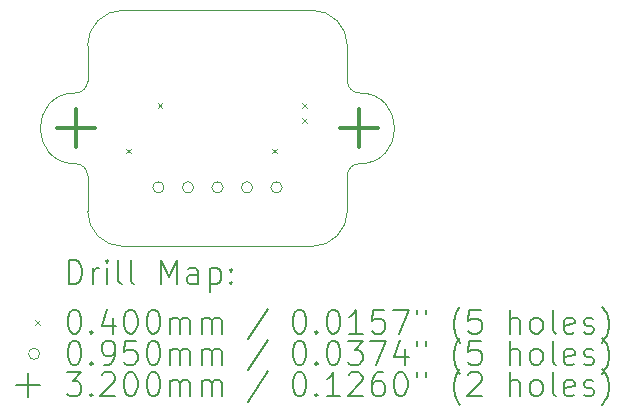
<source format=gbr>
%TF.GenerationSoftware,KiCad,Pcbnew,7.0.1*%
%TF.CreationDate,2023-07-17T00:53:13+01:00*%
%TF.ProjectId,Motor Encoder Board,4d6f746f-7220-4456-9e63-6f6465722042,rev?*%
%TF.SameCoordinates,Original*%
%TF.FileFunction,Drillmap*%
%TF.FilePolarity,Positive*%
%FSLAX45Y45*%
G04 Gerber Fmt 4.5, Leading zero omitted, Abs format (unit mm)*
G04 Created by KiCad (PCBNEW 7.0.1) date 2023-07-17 00:53:13*
%MOMM*%
%LPD*%
G01*
G04 APERTURE LIST*
%ADD10C,0.100000*%
%ADD11C,0.200000*%
%ADD12C,0.040000*%
%ADD13C,0.095000*%
%ADD14C,0.320000*%
G04 APERTURE END LIST*
D10*
X12800000Y-5700000D02*
X12800000Y-5400000D01*
X12800000Y-5400000D02*
G75*
G03*
X12500000Y-5100000I-300000J0D01*
G01*
X12900000Y-6400000D02*
G75*
G03*
X12800000Y-6500000I0J-100000D01*
G01*
X10500000Y-5800000D02*
G75*
G03*
X10600000Y-5700000I0J100000D01*
G01*
X12900000Y-6400000D02*
G75*
G03*
X12900000Y-5800000I0J300000D01*
G01*
X10600000Y-5400000D02*
X10600000Y-5700000D01*
X10600000Y-6800000D02*
G75*
G03*
X10900000Y-7100000I300000J0D01*
G01*
X10600000Y-6500000D02*
G75*
G03*
X10500000Y-6400000I-100000J0D01*
G01*
X12800000Y-6800000D02*
X12800000Y-6500000D01*
X10600000Y-6800000D02*
X10600000Y-6500000D01*
X12500000Y-5100000D02*
X10900000Y-5100000D01*
X10500000Y-5800000D02*
G75*
G03*
X10500000Y-6400000I0J-300000D01*
G01*
X12800000Y-5700000D02*
G75*
G03*
X12900000Y-5800000I100000J0D01*
G01*
X10900000Y-5100000D02*
G75*
G03*
X10600000Y-5400000I0J-300000D01*
G01*
X12500000Y-7100000D02*
G75*
G03*
X12800000Y-6800000I0J300000D01*
G01*
X10900000Y-7100000D02*
X12500000Y-7100000D01*
D11*
D12*
X10927000Y-6271000D02*
X10967000Y-6311000D01*
X10967000Y-6271000D02*
X10927000Y-6311000D01*
X11194000Y-5889000D02*
X11234000Y-5929000D01*
X11234000Y-5889000D02*
X11194000Y-5929000D01*
X12162000Y-6271000D02*
X12202000Y-6311000D01*
X12202000Y-6271000D02*
X12162000Y-6311000D01*
X12416000Y-5888000D02*
X12456000Y-5928000D01*
X12456000Y-5888000D02*
X12416000Y-5928000D01*
X12416000Y-6016000D02*
X12456000Y-6056000D01*
X12456000Y-6016000D02*
X12416000Y-6056000D01*
D13*
X11247500Y-6600000D02*
G75*
G03*
X11247500Y-6600000I-47500J0D01*
G01*
X11497500Y-6600000D02*
G75*
G03*
X11497500Y-6600000I-47500J0D01*
G01*
X11747500Y-6600000D02*
G75*
G03*
X11747500Y-6600000I-47500J0D01*
G01*
X11997500Y-6600000D02*
G75*
G03*
X11997500Y-6600000I-47500J0D01*
G01*
X12247500Y-6600000D02*
G75*
G03*
X12247500Y-6600000I-47500J0D01*
G01*
D14*
X10500000Y-5940000D02*
X10500000Y-6260000D01*
X10340000Y-6100000D02*
X10660000Y-6100000D01*
X12900000Y-5940000D02*
X12900000Y-6260000D01*
X12740000Y-6100000D02*
X13060000Y-6100000D01*
D11*
X10442619Y-7417524D02*
X10442619Y-7217524D01*
X10442619Y-7217524D02*
X10490238Y-7217524D01*
X10490238Y-7217524D02*
X10518810Y-7227048D01*
X10518810Y-7227048D02*
X10537857Y-7246095D01*
X10537857Y-7246095D02*
X10547381Y-7265143D01*
X10547381Y-7265143D02*
X10556905Y-7303238D01*
X10556905Y-7303238D02*
X10556905Y-7331809D01*
X10556905Y-7331809D02*
X10547381Y-7369905D01*
X10547381Y-7369905D02*
X10537857Y-7388952D01*
X10537857Y-7388952D02*
X10518810Y-7408000D01*
X10518810Y-7408000D02*
X10490238Y-7417524D01*
X10490238Y-7417524D02*
X10442619Y-7417524D01*
X10642619Y-7417524D02*
X10642619Y-7284190D01*
X10642619Y-7322286D02*
X10652143Y-7303238D01*
X10652143Y-7303238D02*
X10661667Y-7293714D01*
X10661667Y-7293714D02*
X10680714Y-7284190D01*
X10680714Y-7284190D02*
X10699762Y-7284190D01*
X10766429Y-7417524D02*
X10766429Y-7284190D01*
X10766429Y-7217524D02*
X10756905Y-7227048D01*
X10756905Y-7227048D02*
X10766429Y-7236571D01*
X10766429Y-7236571D02*
X10775952Y-7227048D01*
X10775952Y-7227048D02*
X10766429Y-7217524D01*
X10766429Y-7217524D02*
X10766429Y-7236571D01*
X10890238Y-7417524D02*
X10871190Y-7408000D01*
X10871190Y-7408000D02*
X10861667Y-7388952D01*
X10861667Y-7388952D02*
X10861667Y-7217524D01*
X10995000Y-7417524D02*
X10975952Y-7408000D01*
X10975952Y-7408000D02*
X10966429Y-7388952D01*
X10966429Y-7388952D02*
X10966429Y-7217524D01*
X11223571Y-7417524D02*
X11223571Y-7217524D01*
X11223571Y-7217524D02*
X11290238Y-7360381D01*
X11290238Y-7360381D02*
X11356905Y-7217524D01*
X11356905Y-7217524D02*
X11356905Y-7417524D01*
X11537857Y-7417524D02*
X11537857Y-7312762D01*
X11537857Y-7312762D02*
X11528333Y-7293714D01*
X11528333Y-7293714D02*
X11509286Y-7284190D01*
X11509286Y-7284190D02*
X11471190Y-7284190D01*
X11471190Y-7284190D02*
X11452143Y-7293714D01*
X11537857Y-7408000D02*
X11518809Y-7417524D01*
X11518809Y-7417524D02*
X11471190Y-7417524D01*
X11471190Y-7417524D02*
X11452143Y-7408000D01*
X11452143Y-7408000D02*
X11442619Y-7388952D01*
X11442619Y-7388952D02*
X11442619Y-7369905D01*
X11442619Y-7369905D02*
X11452143Y-7350857D01*
X11452143Y-7350857D02*
X11471190Y-7341333D01*
X11471190Y-7341333D02*
X11518809Y-7341333D01*
X11518809Y-7341333D02*
X11537857Y-7331809D01*
X11633095Y-7284190D02*
X11633095Y-7484190D01*
X11633095Y-7293714D02*
X11652143Y-7284190D01*
X11652143Y-7284190D02*
X11690238Y-7284190D01*
X11690238Y-7284190D02*
X11709286Y-7293714D01*
X11709286Y-7293714D02*
X11718809Y-7303238D01*
X11718809Y-7303238D02*
X11728333Y-7322286D01*
X11728333Y-7322286D02*
X11728333Y-7379428D01*
X11728333Y-7379428D02*
X11718809Y-7398476D01*
X11718809Y-7398476D02*
X11709286Y-7408000D01*
X11709286Y-7408000D02*
X11690238Y-7417524D01*
X11690238Y-7417524D02*
X11652143Y-7417524D01*
X11652143Y-7417524D02*
X11633095Y-7408000D01*
X11814048Y-7398476D02*
X11823571Y-7408000D01*
X11823571Y-7408000D02*
X11814048Y-7417524D01*
X11814048Y-7417524D02*
X11804524Y-7408000D01*
X11804524Y-7408000D02*
X11814048Y-7398476D01*
X11814048Y-7398476D02*
X11814048Y-7417524D01*
X11814048Y-7293714D02*
X11823571Y-7303238D01*
X11823571Y-7303238D02*
X11814048Y-7312762D01*
X11814048Y-7312762D02*
X11804524Y-7303238D01*
X11804524Y-7303238D02*
X11814048Y-7293714D01*
X11814048Y-7293714D02*
X11814048Y-7312762D01*
D12*
X10155000Y-7725000D02*
X10195000Y-7765000D01*
X10195000Y-7725000D02*
X10155000Y-7765000D01*
D11*
X10480714Y-7637524D02*
X10499762Y-7637524D01*
X10499762Y-7637524D02*
X10518810Y-7647048D01*
X10518810Y-7647048D02*
X10528333Y-7656571D01*
X10528333Y-7656571D02*
X10537857Y-7675619D01*
X10537857Y-7675619D02*
X10547381Y-7713714D01*
X10547381Y-7713714D02*
X10547381Y-7761333D01*
X10547381Y-7761333D02*
X10537857Y-7799428D01*
X10537857Y-7799428D02*
X10528333Y-7818476D01*
X10528333Y-7818476D02*
X10518810Y-7828000D01*
X10518810Y-7828000D02*
X10499762Y-7837524D01*
X10499762Y-7837524D02*
X10480714Y-7837524D01*
X10480714Y-7837524D02*
X10461667Y-7828000D01*
X10461667Y-7828000D02*
X10452143Y-7818476D01*
X10452143Y-7818476D02*
X10442619Y-7799428D01*
X10442619Y-7799428D02*
X10433095Y-7761333D01*
X10433095Y-7761333D02*
X10433095Y-7713714D01*
X10433095Y-7713714D02*
X10442619Y-7675619D01*
X10442619Y-7675619D02*
X10452143Y-7656571D01*
X10452143Y-7656571D02*
X10461667Y-7647048D01*
X10461667Y-7647048D02*
X10480714Y-7637524D01*
X10633095Y-7818476D02*
X10642619Y-7828000D01*
X10642619Y-7828000D02*
X10633095Y-7837524D01*
X10633095Y-7837524D02*
X10623571Y-7828000D01*
X10623571Y-7828000D02*
X10633095Y-7818476D01*
X10633095Y-7818476D02*
X10633095Y-7837524D01*
X10814048Y-7704190D02*
X10814048Y-7837524D01*
X10766429Y-7628000D02*
X10718810Y-7770857D01*
X10718810Y-7770857D02*
X10842619Y-7770857D01*
X10956905Y-7637524D02*
X10975952Y-7637524D01*
X10975952Y-7637524D02*
X10995000Y-7647048D01*
X10995000Y-7647048D02*
X11004524Y-7656571D01*
X11004524Y-7656571D02*
X11014048Y-7675619D01*
X11014048Y-7675619D02*
X11023571Y-7713714D01*
X11023571Y-7713714D02*
X11023571Y-7761333D01*
X11023571Y-7761333D02*
X11014048Y-7799428D01*
X11014048Y-7799428D02*
X11004524Y-7818476D01*
X11004524Y-7818476D02*
X10995000Y-7828000D01*
X10995000Y-7828000D02*
X10975952Y-7837524D01*
X10975952Y-7837524D02*
X10956905Y-7837524D01*
X10956905Y-7837524D02*
X10937857Y-7828000D01*
X10937857Y-7828000D02*
X10928333Y-7818476D01*
X10928333Y-7818476D02*
X10918810Y-7799428D01*
X10918810Y-7799428D02*
X10909286Y-7761333D01*
X10909286Y-7761333D02*
X10909286Y-7713714D01*
X10909286Y-7713714D02*
X10918810Y-7675619D01*
X10918810Y-7675619D02*
X10928333Y-7656571D01*
X10928333Y-7656571D02*
X10937857Y-7647048D01*
X10937857Y-7647048D02*
X10956905Y-7637524D01*
X11147381Y-7637524D02*
X11166429Y-7637524D01*
X11166429Y-7637524D02*
X11185476Y-7647048D01*
X11185476Y-7647048D02*
X11195000Y-7656571D01*
X11195000Y-7656571D02*
X11204524Y-7675619D01*
X11204524Y-7675619D02*
X11214048Y-7713714D01*
X11214048Y-7713714D02*
X11214048Y-7761333D01*
X11214048Y-7761333D02*
X11204524Y-7799428D01*
X11204524Y-7799428D02*
X11195000Y-7818476D01*
X11195000Y-7818476D02*
X11185476Y-7828000D01*
X11185476Y-7828000D02*
X11166429Y-7837524D01*
X11166429Y-7837524D02*
X11147381Y-7837524D01*
X11147381Y-7837524D02*
X11128333Y-7828000D01*
X11128333Y-7828000D02*
X11118810Y-7818476D01*
X11118810Y-7818476D02*
X11109286Y-7799428D01*
X11109286Y-7799428D02*
X11099762Y-7761333D01*
X11099762Y-7761333D02*
X11099762Y-7713714D01*
X11099762Y-7713714D02*
X11109286Y-7675619D01*
X11109286Y-7675619D02*
X11118810Y-7656571D01*
X11118810Y-7656571D02*
X11128333Y-7647048D01*
X11128333Y-7647048D02*
X11147381Y-7637524D01*
X11299762Y-7837524D02*
X11299762Y-7704190D01*
X11299762Y-7723238D02*
X11309286Y-7713714D01*
X11309286Y-7713714D02*
X11328333Y-7704190D01*
X11328333Y-7704190D02*
X11356905Y-7704190D01*
X11356905Y-7704190D02*
X11375952Y-7713714D01*
X11375952Y-7713714D02*
X11385476Y-7732762D01*
X11385476Y-7732762D02*
X11385476Y-7837524D01*
X11385476Y-7732762D02*
X11395000Y-7713714D01*
X11395000Y-7713714D02*
X11414048Y-7704190D01*
X11414048Y-7704190D02*
X11442619Y-7704190D01*
X11442619Y-7704190D02*
X11461667Y-7713714D01*
X11461667Y-7713714D02*
X11471190Y-7732762D01*
X11471190Y-7732762D02*
X11471190Y-7837524D01*
X11566429Y-7837524D02*
X11566429Y-7704190D01*
X11566429Y-7723238D02*
X11575952Y-7713714D01*
X11575952Y-7713714D02*
X11595000Y-7704190D01*
X11595000Y-7704190D02*
X11623571Y-7704190D01*
X11623571Y-7704190D02*
X11642619Y-7713714D01*
X11642619Y-7713714D02*
X11652143Y-7732762D01*
X11652143Y-7732762D02*
X11652143Y-7837524D01*
X11652143Y-7732762D02*
X11661667Y-7713714D01*
X11661667Y-7713714D02*
X11680714Y-7704190D01*
X11680714Y-7704190D02*
X11709286Y-7704190D01*
X11709286Y-7704190D02*
X11728333Y-7713714D01*
X11728333Y-7713714D02*
X11737857Y-7732762D01*
X11737857Y-7732762D02*
X11737857Y-7837524D01*
X12128333Y-7628000D02*
X11956905Y-7885143D01*
X12385476Y-7637524D02*
X12404524Y-7637524D01*
X12404524Y-7637524D02*
X12423572Y-7647048D01*
X12423572Y-7647048D02*
X12433095Y-7656571D01*
X12433095Y-7656571D02*
X12442619Y-7675619D01*
X12442619Y-7675619D02*
X12452143Y-7713714D01*
X12452143Y-7713714D02*
X12452143Y-7761333D01*
X12452143Y-7761333D02*
X12442619Y-7799428D01*
X12442619Y-7799428D02*
X12433095Y-7818476D01*
X12433095Y-7818476D02*
X12423572Y-7828000D01*
X12423572Y-7828000D02*
X12404524Y-7837524D01*
X12404524Y-7837524D02*
X12385476Y-7837524D01*
X12385476Y-7837524D02*
X12366429Y-7828000D01*
X12366429Y-7828000D02*
X12356905Y-7818476D01*
X12356905Y-7818476D02*
X12347381Y-7799428D01*
X12347381Y-7799428D02*
X12337857Y-7761333D01*
X12337857Y-7761333D02*
X12337857Y-7713714D01*
X12337857Y-7713714D02*
X12347381Y-7675619D01*
X12347381Y-7675619D02*
X12356905Y-7656571D01*
X12356905Y-7656571D02*
X12366429Y-7647048D01*
X12366429Y-7647048D02*
X12385476Y-7637524D01*
X12537857Y-7818476D02*
X12547381Y-7828000D01*
X12547381Y-7828000D02*
X12537857Y-7837524D01*
X12537857Y-7837524D02*
X12528333Y-7828000D01*
X12528333Y-7828000D02*
X12537857Y-7818476D01*
X12537857Y-7818476D02*
X12537857Y-7837524D01*
X12671191Y-7637524D02*
X12690238Y-7637524D01*
X12690238Y-7637524D02*
X12709286Y-7647048D01*
X12709286Y-7647048D02*
X12718810Y-7656571D01*
X12718810Y-7656571D02*
X12728333Y-7675619D01*
X12728333Y-7675619D02*
X12737857Y-7713714D01*
X12737857Y-7713714D02*
X12737857Y-7761333D01*
X12737857Y-7761333D02*
X12728333Y-7799428D01*
X12728333Y-7799428D02*
X12718810Y-7818476D01*
X12718810Y-7818476D02*
X12709286Y-7828000D01*
X12709286Y-7828000D02*
X12690238Y-7837524D01*
X12690238Y-7837524D02*
X12671191Y-7837524D01*
X12671191Y-7837524D02*
X12652143Y-7828000D01*
X12652143Y-7828000D02*
X12642619Y-7818476D01*
X12642619Y-7818476D02*
X12633095Y-7799428D01*
X12633095Y-7799428D02*
X12623572Y-7761333D01*
X12623572Y-7761333D02*
X12623572Y-7713714D01*
X12623572Y-7713714D02*
X12633095Y-7675619D01*
X12633095Y-7675619D02*
X12642619Y-7656571D01*
X12642619Y-7656571D02*
X12652143Y-7647048D01*
X12652143Y-7647048D02*
X12671191Y-7637524D01*
X12928333Y-7837524D02*
X12814048Y-7837524D01*
X12871191Y-7837524D02*
X12871191Y-7637524D01*
X12871191Y-7637524D02*
X12852143Y-7666095D01*
X12852143Y-7666095D02*
X12833095Y-7685143D01*
X12833095Y-7685143D02*
X12814048Y-7694667D01*
X13109286Y-7637524D02*
X13014048Y-7637524D01*
X13014048Y-7637524D02*
X13004524Y-7732762D01*
X13004524Y-7732762D02*
X13014048Y-7723238D01*
X13014048Y-7723238D02*
X13033095Y-7713714D01*
X13033095Y-7713714D02*
X13080714Y-7713714D01*
X13080714Y-7713714D02*
X13099762Y-7723238D01*
X13099762Y-7723238D02*
X13109286Y-7732762D01*
X13109286Y-7732762D02*
X13118810Y-7751809D01*
X13118810Y-7751809D02*
X13118810Y-7799428D01*
X13118810Y-7799428D02*
X13109286Y-7818476D01*
X13109286Y-7818476D02*
X13099762Y-7828000D01*
X13099762Y-7828000D02*
X13080714Y-7837524D01*
X13080714Y-7837524D02*
X13033095Y-7837524D01*
X13033095Y-7837524D02*
X13014048Y-7828000D01*
X13014048Y-7828000D02*
X13004524Y-7818476D01*
X13185476Y-7637524D02*
X13318810Y-7637524D01*
X13318810Y-7637524D02*
X13233095Y-7837524D01*
X13385476Y-7637524D02*
X13385476Y-7675619D01*
X13461667Y-7637524D02*
X13461667Y-7675619D01*
X13756905Y-7913714D02*
X13747381Y-7904190D01*
X13747381Y-7904190D02*
X13728334Y-7875619D01*
X13728334Y-7875619D02*
X13718810Y-7856571D01*
X13718810Y-7856571D02*
X13709286Y-7828000D01*
X13709286Y-7828000D02*
X13699762Y-7780381D01*
X13699762Y-7780381D02*
X13699762Y-7742286D01*
X13699762Y-7742286D02*
X13709286Y-7694667D01*
X13709286Y-7694667D02*
X13718810Y-7666095D01*
X13718810Y-7666095D02*
X13728334Y-7647048D01*
X13728334Y-7647048D02*
X13747381Y-7618476D01*
X13747381Y-7618476D02*
X13756905Y-7608952D01*
X13928334Y-7637524D02*
X13833095Y-7637524D01*
X13833095Y-7637524D02*
X13823572Y-7732762D01*
X13823572Y-7732762D02*
X13833095Y-7723238D01*
X13833095Y-7723238D02*
X13852143Y-7713714D01*
X13852143Y-7713714D02*
X13899762Y-7713714D01*
X13899762Y-7713714D02*
X13918810Y-7723238D01*
X13918810Y-7723238D02*
X13928334Y-7732762D01*
X13928334Y-7732762D02*
X13937857Y-7751809D01*
X13937857Y-7751809D02*
X13937857Y-7799428D01*
X13937857Y-7799428D02*
X13928334Y-7818476D01*
X13928334Y-7818476D02*
X13918810Y-7828000D01*
X13918810Y-7828000D02*
X13899762Y-7837524D01*
X13899762Y-7837524D02*
X13852143Y-7837524D01*
X13852143Y-7837524D02*
X13833095Y-7828000D01*
X13833095Y-7828000D02*
X13823572Y-7818476D01*
X14175953Y-7837524D02*
X14175953Y-7637524D01*
X14261667Y-7837524D02*
X14261667Y-7732762D01*
X14261667Y-7732762D02*
X14252143Y-7713714D01*
X14252143Y-7713714D02*
X14233096Y-7704190D01*
X14233096Y-7704190D02*
X14204524Y-7704190D01*
X14204524Y-7704190D02*
X14185476Y-7713714D01*
X14185476Y-7713714D02*
X14175953Y-7723238D01*
X14385476Y-7837524D02*
X14366429Y-7828000D01*
X14366429Y-7828000D02*
X14356905Y-7818476D01*
X14356905Y-7818476D02*
X14347381Y-7799428D01*
X14347381Y-7799428D02*
X14347381Y-7742286D01*
X14347381Y-7742286D02*
X14356905Y-7723238D01*
X14356905Y-7723238D02*
X14366429Y-7713714D01*
X14366429Y-7713714D02*
X14385476Y-7704190D01*
X14385476Y-7704190D02*
X14414048Y-7704190D01*
X14414048Y-7704190D02*
X14433096Y-7713714D01*
X14433096Y-7713714D02*
X14442619Y-7723238D01*
X14442619Y-7723238D02*
X14452143Y-7742286D01*
X14452143Y-7742286D02*
X14452143Y-7799428D01*
X14452143Y-7799428D02*
X14442619Y-7818476D01*
X14442619Y-7818476D02*
X14433096Y-7828000D01*
X14433096Y-7828000D02*
X14414048Y-7837524D01*
X14414048Y-7837524D02*
X14385476Y-7837524D01*
X14566429Y-7837524D02*
X14547381Y-7828000D01*
X14547381Y-7828000D02*
X14537857Y-7808952D01*
X14537857Y-7808952D02*
X14537857Y-7637524D01*
X14718810Y-7828000D02*
X14699762Y-7837524D01*
X14699762Y-7837524D02*
X14661667Y-7837524D01*
X14661667Y-7837524D02*
X14642619Y-7828000D01*
X14642619Y-7828000D02*
X14633096Y-7808952D01*
X14633096Y-7808952D02*
X14633096Y-7732762D01*
X14633096Y-7732762D02*
X14642619Y-7713714D01*
X14642619Y-7713714D02*
X14661667Y-7704190D01*
X14661667Y-7704190D02*
X14699762Y-7704190D01*
X14699762Y-7704190D02*
X14718810Y-7713714D01*
X14718810Y-7713714D02*
X14728334Y-7732762D01*
X14728334Y-7732762D02*
X14728334Y-7751809D01*
X14728334Y-7751809D02*
X14633096Y-7770857D01*
X14804524Y-7828000D02*
X14823572Y-7837524D01*
X14823572Y-7837524D02*
X14861667Y-7837524D01*
X14861667Y-7837524D02*
X14880715Y-7828000D01*
X14880715Y-7828000D02*
X14890238Y-7808952D01*
X14890238Y-7808952D02*
X14890238Y-7799428D01*
X14890238Y-7799428D02*
X14880715Y-7780381D01*
X14880715Y-7780381D02*
X14861667Y-7770857D01*
X14861667Y-7770857D02*
X14833096Y-7770857D01*
X14833096Y-7770857D02*
X14814048Y-7761333D01*
X14814048Y-7761333D02*
X14804524Y-7742286D01*
X14804524Y-7742286D02*
X14804524Y-7732762D01*
X14804524Y-7732762D02*
X14814048Y-7713714D01*
X14814048Y-7713714D02*
X14833096Y-7704190D01*
X14833096Y-7704190D02*
X14861667Y-7704190D01*
X14861667Y-7704190D02*
X14880715Y-7713714D01*
X14956905Y-7913714D02*
X14966429Y-7904190D01*
X14966429Y-7904190D02*
X14985477Y-7875619D01*
X14985477Y-7875619D02*
X14995000Y-7856571D01*
X14995000Y-7856571D02*
X15004524Y-7828000D01*
X15004524Y-7828000D02*
X15014048Y-7780381D01*
X15014048Y-7780381D02*
X15014048Y-7742286D01*
X15014048Y-7742286D02*
X15004524Y-7694667D01*
X15004524Y-7694667D02*
X14995000Y-7666095D01*
X14995000Y-7666095D02*
X14985477Y-7647048D01*
X14985477Y-7647048D02*
X14966429Y-7618476D01*
X14966429Y-7618476D02*
X14956905Y-7608952D01*
D13*
X10195000Y-8009000D02*
G75*
G03*
X10195000Y-8009000I-47500J0D01*
G01*
D11*
X10480714Y-7901524D02*
X10499762Y-7901524D01*
X10499762Y-7901524D02*
X10518810Y-7911048D01*
X10518810Y-7911048D02*
X10528333Y-7920571D01*
X10528333Y-7920571D02*
X10537857Y-7939619D01*
X10537857Y-7939619D02*
X10547381Y-7977714D01*
X10547381Y-7977714D02*
X10547381Y-8025333D01*
X10547381Y-8025333D02*
X10537857Y-8063428D01*
X10537857Y-8063428D02*
X10528333Y-8082476D01*
X10528333Y-8082476D02*
X10518810Y-8092000D01*
X10518810Y-8092000D02*
X10499762Y-8101524D01*
X10499762Y-8101524D02*
X10480714Y-8101524D01*
X10480714Y-8101524D02*
X10461667Y-8092000D01*
X10461667Y-8092000D02*
X10452143Y-8082476D01*
X10452143Y-8082476D02*
X10442619Y-8063428D01*
X10442619Y-8063428D02*
X10433095Y-8025333D01*
X10433095Y-8025333D02*
X10433095Y-7977714D01*
X10433095Y-7977714D02*
X10442619Y-7939619D01*
X10442619Y-7939619D02*
X10452143Y-7920571D01*
X10452143Y-7920571D02*
X10461667Y-7911048D01*
X10461667Y-7911048D02*
X10480714Y-7901524D01*
X10633095Y-8082476D02*
X10642619Y-8092000D01*
X10642619Y-8092000D02*
X10633095Y-8101524D01*
X10633095Y-8101524D02*
X10623571Y-8092000D01*
X10623571Y-8092000D02*
X10633095Y-8082476D01*
X10633095Y-8082476D02*
X10633095Y-8101524D01*
X10737857Y-8101524D02*
X10775952Y-8101524D01*
X10775952Y-8101524D02*
X10795000Y-8092000D01*
X10795000Y-8092000D02*
X10804524Y-8082476D01*
X10804524Y-8082476D02*
X10823571Y-8053905D01*
X10823571Y-8053905D02*
X10833095Y-8015809D01*
X10833095Y-8015809D02*
X10833095Y-7939619D01*
X10833095Y-7939619D02*
X10823571Y-7920571D01*
X10823571Y-7920571D02*
X10814048Y-7911048D01*
X10814048Y-7911048D02*
X10795000Y-7901524D01*
X10795000Y-7901524D02*
X10756905Y-7901524D01*
X10756905Y-7901524D02*
X10737857Y-7911048D01*
X10737857Y-7911048D02*
X10728333Y-7920571D01*
X10728333Y-7920571D02*
X10718810Y-7939619D01*
X10718810Y-7939619D02*
X10718810Y-7987238D01*
X10718810Y-7987238D02*
X10728333Y-8006286D01*
X10728333Y-8006286D02*
X10737857Y-8015809D01*
X10737857Y-8015809D02*
X10756905Y-8025333D01*
X10756905Y-8025333D02*
X10795000Y-8025333D01*
X10795000Y-8025333D02*
X10814048Y-8015809D01*
X10814048Y-8015809D02*
X10823571Y-8006286D01*
X10823571Y-8006286D02*
X10833095Y-7987238D01*
X11014048Y-7901524D02*
X10918810Y-7901524D01*
X10918810Y-7901524D02*
X10909286Y-7996762D01*
X10909286Y-7996762D02*
X10918810Y-7987238D01*
X10918810Y-7987238D02*
X10937857Y-7977714D01*
X10937857Y-7977714D02*
X10985476Y-7977714D01*
X10985476Y-7977714D02*
X11004524Y-7987238D01*
X11004524Y-7987238D02*
X11014048Y-7996762D01*
X11014048Y-7996762D02*
X11023571Y-8015809D01*
X11023571Y-8015809D02*
X11023571Y-8063428D01*
X11023571Y-8063428D02*
X11014048Y-8082476D01*
X11014048Y-8082476D02*
X11004524Y-8092000D01*
X11004524Y-8092000D02*
X10985476Y-8101524D01*
X10985476Y-8101524D02*
X10937857Y-8101524D01*
X10937857Y-8101524D02*
X10918810Y-8092000D01*
X10918810Y-8092000D02*
X10909286Y-8082476D01*
X11147381Y-7901524D02*
X11166429Y-7901524D01*
X11166429Y-7901524D02*
X11185476Y-7911048D01*
X11185476Y-7911048D02*
X11195000Y-7920571D01*
X11195000Y-7920571D02*
X11204524Y-7939619D01*
X11204524Y-7939619D02*
X11214048Y-7977714D01*
X11214048Y-7977714D02*
X11214048Y-8025333D01*
X11214048Y-8025333D02*
X11204524Y-8063428D01*
X11204524Y-8063428D02*
X11195000Y-8082476D01*
X11195000Y-8082476D02*
X11185476Y-8092000D01*
X11185476Y-8092000D02*
X11166429Y-8101524D01*
X11166429Y-8101524D02*
X11147381Y-8101524D01*
X11147381Y-8101524D02*
X11128333Y-8092000D01*
X11128333Y-8092000D02*
X11118810Y-8082476D01*
X11118810Y-8082476D02*
X11109286Y-8063428D01*
X11109286Y-8063428D02*
X11099762Y-8025333D01*
X11099762Y-8025333D02*
X11099762Y-7977714D01*
X11099762Y-7977714D02*
X11109286Y-7939619D01*
X11109286Y-7939619D02*
X11118810Y-7920571D01*
X11118810Y-7920571D02*
X11128333Y-7911048D01*
X11128333Y-7911048D02*
X11147381Y-7901524D01*
X11299762Y-8101524D02*
X11299762Y-7968190D01*
X11299762Y-7987238D02*
X11309286Y-7977714D01*
X11309286Y-7977714D02*
X11328333Y-7968190D01*
X11328333Y-7968190D02*
X11356905Y-7968190D01*
X11356905Y-7968190D02*
X11375952Y-7977714D01*
X11375952Y-7977714D02*
X11385476Y-7996762D01*
X11385476Y-7996762D02*
X11385476Y-8101524D01*
X11385476Y-7996762D02*
X11395000Y-7977714D01*
X11395000Y-7977714D02*
X11414048Y-7968190D01*
X11414048Y-7968190D02*
X11442619Y-7968190D01*
X11442619Y-7968190D02*
X11461667Y-7977714D01*
X11461667Y-7977714D02*
X11471190Y-7996762D01*
X11471190Y-7996762D02*
X11471190Y-8101524D01*
X11566429Y-8101524D02*
X11566429Y-7968190D01*
X11566429Y-7987238D02*
X11575952Y-7977714D01*
X11575952Y-7977714D02*
X11595000Y-7968190D01*
X11595000Y-7968190D02*
X11623571Y-7968190D01*
X11623571Y-7968190D02*
X11642619Y-7977714D01*
X11642619Y-7977714D02*
X11652143Y-7996762D01*
X11652143Y-7996762D02*
X11652143Y-8101524D01*
X11652143Y-7996762D02*
X11661667Y-7977714D01*
X11661667Y-7977714D02*
X11680714Y-7968190D01*
X11680714Y-7968190D02*
X11709286Y-7968190D01*
X11709286Y-7968190D02*
X11728333Y-7977714D01*
X11728333Y-7977714D02*
X11737857Y-7996762D01*
X11737857Y-7996762D02*
X11737857Y-8101524D01*
X12128333Y-7892000D02*
X11956905Y-8149143D01*
X12385476Y-7901524D02*
X12404524Y-7901524D01*
X12404524Y-7901524D02*
X12423572Y-7911048D01*
X12423572Y-7911048D02*
X12433095Y-7920571D01*
X12433095Y-7920571D02*
X12442619Y-7939619D01*
X12442619Y-7939619D02*
X12452143Y-7977714D01*
X12452143Y-7977714D02*
X12452143Y-8025333D01*
X12452143Y-8025333D02*
X12442619Y-8063428D01*
X12442619Y-8063428D02*
X12433095Y-8082476D01*
X12433095Y-8082476D02*
X12423572Y-8092000D01*
X12423572Y-8092000D02*
X12404524Y-8101524D01*
X12404524Y-8101524D02*
X12385476Y-8101524D01*
X12385476Y-8101524D02*
X12366429Y-8092000D01*
X12366429Y-8092000D02*
X12356905Y-8082476D01*
X12356905Y-8082476D02*
X12347381Y-8063428D01*
X12347381Y-8063428D02*
X12337857Y-8025333D01*
X12337857Y-8025333D02*
X12337857Y-7977714D01*
X12337857Y-7977714D02*
X12347381Y-7939619D01*
X12347381Y-7939619D02*
X12356905Y-7920571D01*
X12356905Y-7920571D02*
X12366429Y-7911048D01*
X12366429Y-7911048D02*
X12385476Y-7901524D01*
X12537857Y-8082476D02*
X12547381Y-8092000D01*
X12547381Y-8092000D02*
X12537857Y-8101524D01*
X12537857Y-8101524D02*
X12528333Y-8092000D01*
X12528333Y-8092000D02*
X12537857Y-8082476D01*
X12537857Y-8082476D02*
X12537857Y-8101524D01*
X12671191Y-7901524D02*
X12690238Y-7901524D01*
X12690238Y-7901524D02*
X12709286Y-7911048D01*
X12709286Y-7911048D02*
X12718810Y-7920571D01*
X12718810Y-7920571D02*
X12728333Y-7939619D01*
X12728333Y-7939619D02*
X12737857Y-7977714D01*
X12737857Y-7977714D02*
X12737857Y-8025333D01*
X12737857Y-8025333D02*
X12728333Y-8063428D01*
X12728333Y-8063428D02*
X12718810Y-8082476D01*
X12718810Y-8082476D02*
X12709286Y-8092000D01*
X12709286Y-8092000D02*
X12690238Y-8101524D01*
X12690238Y-8101524D02*
X12671191Y-8101524D01*
X12671191Y-8101524D02*
X12652143Y-8092000D01*
X12652143Y-8092000D02*
X12642619Y-8082476D01*
X12642619Y-8082476D02*
X12633095Y-8063428D01*
X12633095Y-8063428D02*
X12623572Y-8025333D01*
X12623572Y-8025333D02*
X12623572Y-7977714D01*
X12623572Y-7977714D02*
X12633095Y-7939619D01*
X12633095Y-7939619D02*
X12642619Y-7920571D01*
X12642619Y-7920571D02*
X12652143Y-7911048D01*
X12652143Y-7911048D02*
X12671191Y-7901524D01*
X12804524Y-7901524D02*
X12928333Y-7901524D01*
X12928333Y-7901524D02*
X12861667Y-7977714D01*
X12861667Y-7977714D02*
X12890238Y-7977714D01*
X12890238Y-7977714D02*
X12909286Y-7987238D01*
X12909286Y-7987238D02*
X12918810Y-7996762D01*
X12918810Y-7996762D02*
X12928333Y-8015809D01*
X12928333Y-8015809D02*
X12928333Y-8063428D01*
X12928333Y-8063428D02*
X12918810Y-8082476D01*
X12918810Y-8082476D02*
X12909286Y-8092000D01*
X12909286Y-8092000D02*
X12890238Y-8101524D01*
X12890238Y-8101524D02*
X12833095Y-8101524D01*
X12833095Y-8101524D02*
X12814048Y-8092000D01*
X12814048Y-8092000D02*
X12804524Y-8082476D01*
X12995000Y-7901524D02*
X13128333Y-7901524D01*
X13128333Y-7901524D02*
X13042619Y-8101524D01*
X13290238Y-7968190D02*
X13290238Y-8101524D01*
X13242619Y-7892000D02*
X13195000Y-8034857D01*
X13195000Y-8034857D02*
X13318810Y-8034857D01*
X13385476Y-7901524D02*
X13385476Y-7939619D01*
X13461667Y-7901524D02*
X13461667Y-7939619D01*
X13756905Y-8177714D02*
X13747381Y-8168190D01*
X13747381Y-8168190D02*
X13728334Y-8139619D01*
X13728334Y-8139619D02*
X13718810Y-8120571D01*
X13718810Y-8120571D02*
X13709286Y-8092000D01*
X13709286Y-8092000D02*
X13699762Y-8044381D01*
X13699762Y-8044381D02*
X13699762Y-8006286D01*
X13699762Y-8006286D02*
X13709286Y-7958667D01*
X13709286Y-7958667D02*
X13718810Y-7930095D01*
X13718810Y-7930095D02*
X13728334Y-7911048D01*
X13728334Y-7911048D02*
X13747381Y-7882476D01*
X13747381Y-7882476D02*
X13756905Y-7872952D01*
X13928334Y-7901524D02*
X13833095Y-7901524D01*
X13833095Y-7901524D02*
X13823572Y-7996762D01*
X13823572Y-7996762D02*
X13833095Y-7987238D01*
X13833095Y-7987238D02*
X13852143Y-7977714D01*
X13852143Y-7977714D02*
X13899762Y-7977714D01*
X13899762Y-7977714D02*
X13918810Y-7987238D01*
X13918810Y-7987238D02*
X13928334Y-7996762D01*
X13928334Y-7996762D02*
X13937857Y-8015809D01*
X13937857Y-8015809D02*
X13937857Y-8063428D01*
X13937857Y-8063428D02*
X13928334Y-8082476D01*
X13928334Y-8082476D02*
X13918810Y-8092000D01*
X13918810Y-8092000D02*
X13899762Y-8101524D01*
X13899762Y-8101524D02*
X13852143Y-8101524D01*
X13852143Y-8101524D02*
X13833095Y-8092000D01*
X13833095Y-8092000D02*
X13823572Y-8082476D01*
X14175953Y-8101524D02*
X14175953Y-7901524D01*
X14261667Y-8101524D02*
X14261667Y-7996762D01*
X14261667Y-7996762D02*
X14252143Y-7977714D01*
X14252143Y-7977714D02*
X14233096Y-7968190D01*
X14233096Y-7968190D02*
X14204524Y-7968190D01*
X14204524Y-7968190D02*
X14185476Y-7977714D01*
X14185476Y-7977714D02*
X14175953Y-7987238D01*
X14385476Y-8101524D02*
X14366429Y-8092000D01*
X14366429Y-8092000D02*
X14356905Y-8082476D01*
X14356905Y-8082476D02*
X14347381Y-8063428D01*
X14347381Y-8063428D02*
X14347381Y-8006286D01*
X14347381Y-8006286D02*
X14356905Y-7987238D01*
X14356905Y-7987238D02*
X14366429Y-7977714D01*
X14366429Y-7977714D02*
X14385476Y-7968190D01*
X14385476Y-7968190D02*
X14414048Y-7968190D01*
X14414048Y-7968190D02*
X14433096Y-7977714D01*
X14433096Y-7977714D02*
X14442619Y-7987238D01*
X14442619Y-7987238D02*
X14452143Y-8006286D01*
X14452143Y-8006286D02*
X14452143Y-8063428D01*
X14452143Y-8063428D02*
X14442619Y-8082476D01*
X14442619Y-8082476D02*
X14433096Y-8092000D01*
X14433096Y-8092000D02*
X14414048Y-8101524D01*
X14414048Y-8101524D02*
X14385476Y-8101524D01*
X14566429Y-8101524D02*
X14547381Y-8092000D01*
X14547381Y-8092000D02*
X14537857Y-8072952D01*
X14537857Y-8072952D02*
X14537857Y-7901524D01*
X14718810Y-8092000D02*
X14699762Y-8101524D01*
X14699762Y-8101524D02*
X14661667Y-8101524D01*
X14661667Y-8101524D02*
X14642619Y-8092000D01*
X14642619Y-8092000D02*
X14633096Y-8072952D01*
X14633096Y-8072952D02*
X14633096Y-7996762D01*
X14633096Y-7996762D02*
X14642619Y-7977714D01*
X14642619Y-7977714D02*
X14661667Y-7968190D01*
X14661667Y-7968190D02*
X14699762Y-7968190D01*
X14699762Y-7968190D02*
X14718810Y-7977714D01*
X14718810Y-7977714D02*
X14728334Y-7996762D01*
X14728334Y-7996762D02*
X14728334Y-8015809D01*
X14728334Y-8015809D02*
X14633096Y-8034857D01*
X14804524Y-8092000D02*
X14823572Y-8101524D01*
X14823572Y-8101524D02*
X14861667Y-8101524D01*
X14861667Y-8101524D02*
X14880715Y-8092000D01*
X14880715Y-8092000D02*
X14890238Y-8072952D01*
X14890238Y-8072952D02*
X14890238Y-8063428D01*
X14890238Y-8063428D02*
X14880715Y-8044381D01*
X14880715Y-8044381D02*
X14861667Y-8034857D01*
X14861667Y-8034857D02*
X14833096Y-8034857D01*
X14833096Y-8034857D02*
X14814048Y-8025333D01*
X14814048Y-8025333D02*
X14804524Y-8006286D01*
X14804524Y-8006286D02*
X14804524Y-7996762D01*
X14804524Y-7996762D02*
X14814048Y-7977714D01*
X14814048Y-7977714D02*
X14833096Y-7968190D01*
X14833096Y-7968190D02*
X14861667Y-7968190D01*
X14861667Y-7968190D02*
X14880715Y-7977714D01*
X14956905Y-8177714D02*
X14966429Y-8168190D01*
X14966429Y-8168190D02*
X14985477Y-8139619D01*
X14985477Y-8139619D02*
X14995000Y-8120571D01*
X14995000Y-8120571D02*
X15004524Y-8092000D01*
X15004524Y-8092000D02*
X15014048Y-8044381D01*
X15014048Y-8044381D02*
X15014048Y-8006286D01*
X15014048Y-8006286D02*
X15004524Y-7958667D01*
X15004524Y-7958667D02*
X14995000Y-7930095D01*
X14995000Y-7930095D02*
X14985477Y-7911048D01*
X14985477Y-7911048D02*
X14966429Y-7882476D01*
X14966429Y-7882476D02*
X14956905Y-7872952D01*
X10095000Y-8173000D02*
X10095000Y-8373000D01*
X9995000Y-8273000D02*
X10195000Y-8273000D01*
X10423571Y-8165524D02*
X10547381Y-8165524D01*
X10547381Y-8165524D02*
X10480714Y-8241714D01*
X10480714Y-8241714D02*
X10509286Y-8241714D01*
X10509286Y-8241714D02*
X10528333Y-8251238D01*
X10528333Y-8251238D02*
X10537857Y-8260762D01*
X10537857Y-8260762D02*
X10547381Y-8279809D01*
X10547381Y-8279809D02*
X10547381Y-8327428D01*
X10547381Y-8327428D02*
X10537857Y-8346476D01*
X10537857Y-8346476D02*
X10528333Y-8356000D01*
X10528333Y-8356000D02*
X10509286Y-8365524D01*
X10509286Y-8365524D02*
X10452143Y-8365524D01*
X10452143Y-8365524D02*
X10433095Y-8356000D01*
X10433095Y-8356000D02*
X10423571Y-8346476D01*
X10633095Y-8346476D02*
X10642619Y-8356000D01*
X10642619Y-8356000D02*
X10633095Y-8365524D01*
X10633095Y-8365524D02*
X10623571Y-8356000D01*
X10623571Y-8356000D02*
X10633095Y-8346476D01*
X10633095Y-8346476D02*
X10633095Y-8365524D01*
X10718810Y-8184571D02*
X10728333Y-8175048D01*
X10728333Y-8175048D02*
X10747381Y-8165524D01*
X10747381Y-8165524D02*
X10795000Y-8165524D01*
X10795000Y-8165524D02*
X10814048Y-8175048D01*
X10814048Y-8175048D02*
X10823571Y-8184571D01*
X10823571Y-8184571D02*
X10833095Y-8203619D01*
X10833095Y-8203619D02*
X10833095Y-8222667D01*
X10833095Y-8222667D02*
X10823571Y-8251238D01*
X10823571Y-8251238D02*
X10709286Y-8365524D01*
X10709286Y-8365524D02*
X10833095Y-8365524D01*
X10956905Y-8165524D02*
X10975952Y-8165524D01*
X10975952Y-8165524D02*
X10995000Y-8175048D01*
X10995000Y-8175048D02*
X11004524Y-8184571D01*
X11004524Y-8184571D02*
X11014048Y-8203619D01*
X11014048Y-8203619D02*
X11023571Y-8241714D01*
X11023571Y-8241714D02*
X11023571Y-8289333D01*
X11023571Y-8289333D02*
X11014048Y-8327428D01*
X11014048Y-8327428D02*
X11004524Y-8346476D01*
X11004524Y-8346476D02*
X10995000Y-8356000D01*
X10995000Y-8356000D02*
X10975952Y-8365524D01*
X10975952Y-8365524D02*
X10956905Y-8365524D01*
X10956905Y-8365524D02*
X10937857Y-8356000D01*
X10937857Y-8356000D02*
X10928333Y-8346476D01*
X10928333Y-8346476D02*
X10918810Y-8327428D01*
X10918810Y-8327428D02*
X10909286Y-8289333D01*
X10909286Y-8289333D02*
X10909286Y-8241714D01*
X10909286Y-8241714D02*
X10918810Y-8203619D01*
X10918810Y-8203619D02*
X10928333Y-8184571D01*
X10928333Y-8184571D02*
X10937857Y-8175048D01*
X10937857Y-8175048D02*
X10956905Y-8165524D01*
X11147381Y-8165524D02*
X11166429Y-8165524D01*
X11166429Y-8165524D02*
X11185476Y-8175048D01*
X11185476Y-8175048D02*
X11195000Y-8184571D01*
X11195000Y-8184571D02*
X11204524Y-8203619D01*
X11204524Y-8203619D02*
X11214048Y-8241714D01*
X11214048Y-8241714D02*
X11214048Y-8289333D01*
X11214048Y-8289333D02*
X11204524Y-8327428D01*
X11204524Y-8327428D02*
X11195000Y-8346476D01*
X11195000Y-8346476D02*
X11185476Y-8356000D01*
X11185476Y-8356000D02*
X11166429Y-8365524D01*
X11166429Y-8365524D02*
X11147381Y-8365524D01*
X11147381Y-8365524D02*
X11128333Y-8356000D01*
X11128333Y-8356000D02*
X11118810Y-8346476D01*
X11118810Y-8346476D02*
X11109286Y-8327428D01*
X11109286Y-8327428D02*
X11099762Y-8289333D01*
X11099762Y-8289333D02*
X11099762Y-8241714D01*
X11099762Y-8241714D02*
X11109286Y-8203619D01*
X11109286Y-8203619D02*
X11118810Y-8184571D01*
X11118810Y-8184571D02*
X11128333Y-8175048D01*
X11128333Y-8175048D02*
X11147381Y-8165524D01*
X11299762Y-8365524D02*
X11299762Y-8232190D01*
X11299762Y-8251238D02*
X11309286Y-8241714D01*
X11309286Y-8241714D02*
X11328333Y-8232190D01*
X11328333Y-8232190D02*
X11356905Y-8232190D01*
X11356905Y-8232190D02*
X11375952Y-8241714D01*
X11375952Y-8241714D02*
X11385476Y-8260762D01*
X11385476Y-8260762D02*
X11385476Y-8365524D01*
X11385476Y-8260762D02*
X11395000Y-8241714D01*
X11395000Y-8241714D02*
X11414048Y-8232190D01*
X11414048Y-8232190D02*
X11442619Y-8232190D01*
X11442619Y-8232190D02*
X11461667Y-8241714D01*
X11461667Y-8241714D02*
X11471190Y-8260762D01*
X11471190Y-8260762D02*
X11471190Y-8365524D01*
X11566429Y-8365524D02*
X11566429Y-8232190D01*
X11566429Y-8251238D02*
X11575952Y-8241714D01*
X11575952Y-8241714D02*
X11595000Y-8232190D01*
X11595000Y-8232190D02*
X11623571Y-8232190D01*
X11623571Y-8232190D02*
X11642619Y-8241714D01*
X11642619Y-8241714D02*
X11652143Y-8260762D01*
X11652143Y-8260762D02*
X11652143Y-8365524D01*
X11652143Y-8260762D02*
X11661667Y-8241714D01*
X11661667Y-8241714D02*
X11680714Y-8232190D01*
X11680714Y-8232190D02*
X11709286Y-8232190D01*
X11709286Y-8232190D02*
X11728333Y-8241714D01*
X11728333Y-8241714D02*
X11737857Y-8260762D01*
X11737857Y-8260762D02*
X11737857Y-8365524D01*
X12128333Y-8156000D02*
X11956905Y-8413143D01*
X12385476Y-8165524D02*
X12404524Y-8165524D01*
X12404524Y-8165524D02*
X12423572Y-8175048D01*
X12423572Y-8175048D02*
X12433095Y-8184571D01*
X12433095Y-8184571D02*
X12442619Y-8203619D01*
X12442619Y-8203619D02*
X12452143Y-8241714D01*
X12452143Y-8241714D02*
X12452143Y-8289333D01*
X12452143Y-8289333D02*
X12442619Y-8327428D01*
X12442619Y-8327428D02*
X12433095Y-8346476D01*
X12433095Y-8346476D02*
X12423572Y-8356000D01*
X12423572Y-8356000D02*
X12404524Y-8365524D01*
X12404524Y-8365524D02*
X12385476Y-8365524D01*
X12385476Y-8365524D02*
X12366429Y-8356000D01*
X12366429Y-8356000D02*
X12356905Y-8346476D01*
X12356905Y-8346476D02*
X12347381Y-8327428D01*
X12347381Y-8327428D02*
X12337857Y-8289333D01*
X12337857Y-8289333D02*
X12337857Y-8241714D01*
X12337857Y-8241714D02*
X12347381Y-8203619D01*
X12347381Y-8203619D02*
X12356905Y-8184571D01*
X12356905Y-8184571D02*
X12366429Y-8175048D01*
X12366429Y-8175048D02*
X12385476Y-8165524D01*
X12537857Y-8346476D02*
X12547381Y-8356000D01*
X12547381Y-8356000D02*
X12537857Y-8365524D01*
X12537857Y-8365524D02*
X12528333Y-8356000D01*
X12528333Y-8356000D02*
X12537857Y-8346476D01*
X12537857Y-8346476D02*
X12537857Y-8365524D01*
X12737857Y-8365524D02*
X12623572Y-8365524D01*
X12680714Y-8365524D02*
X12680714Y-8165524D01*
X12680714Y-8165524D02*
X12661667Y-8194095D01*
X12661667Y-8194095D02*
X12642619Y-8213143D01*
X12642619Y-8213143D02*
X12623572Y-8222667D01*
X12814048Y-8184571D02*
X12823572Y-8175048D01*
X12823572Y-8175048D02*
X12842619Y-8165524D01*
X12842619Y-8165524D02*
X12890238Y-8165524D01*
X12890238Y-8165524D02*
X12909286Y-8175048D01*
X12909286Y-8175048D02*
X12918810Y-8184571D01*
X12918810Y-8184571D02*
X12928333Y-8203619D01*
X12928333Y-8203619D02*
X12928333Y-8222667D01*
X12928333Y-8222667D02*
X12918810Y-8251238D01*
X12918810Y-8251238D02*
X12804524Y-8365524D01*
X12804524Y-8365524D02*
X12928333Y-8365524D01*
X13099762Y-8165524D02*
X13061667Y-8165524D01*
X13061667Y-8165524D02*
X13042619Y-8175048D01*
X13042619Y-8175048D02*
X13033095Y-8184571D01*
X13033095Y-8184571D02*
X13014048Y-8213143D01*
X13014048Y-8213143D02*
X13004524Y-8251238D01*
X13004524Y-8251238D02*
X13004524Y-8327428D01*
X13004524Y-8327428D02*
X13014048Y-8346476D01*
X13014048Y-8346476D02*
X13023572Y-8356000D01*
X13023572Y-8356000D02*
X13042619Y-8365524D01*
X13042619Y-8365524D02*
X13080714Y-8365524D01*
X13080714Y-8365524D02*
X13099762Y-8356000D01*
X13099762Y-8356000D02*
X13109286Y-8346476D01*
X13109286Y-8346476D02*
X13118810Y-8327428D01*
X13118810Y-8327428D02*
X13118810Y-8279809D01*
X13118810Y-8279809D02*
X13109286Y-8260762D01*
X13109286Y-8260762D02*
X13099762Y-8251238D01*
X13099762Y-8251238D02*
X13080714Y-8241714D01*
X13080714Y-8241714D02*
X13042619Y-8241714D01*
X13042619Y-8241714D02*
X13023572Y-8251238D01*
X13023572Y-8251238D02*
X13014048Y-8260762D01*
X13014048Y-8260762D02*
X13004524Y-8279809D01*
X13242619Y-8165524D02*
X13261667Y-8165524D01*
X13261667Y-8165524D02*
X13280714Y-8175048D01*
X13280714Y-8175048D02*
X13290238Y-8184571D01*
X13290238Y-8184571D02*
X13299762Y-8203619D01*
X13299762Y-8203619D02*
X13309286Y-8241714D01*
X13309286Y-8241714D02*
X13309286Y-8289333D01*
X13309286Y-8289333D02*
X13299762Y-8327428D01*
X13299762Y-8327428D02*
X13290238Y-8346476D01*
X13290238Y-8346476D02*
X13280714Y-8356000D01*
X13280714Y-8356000D02*
X13261667Y-8365524D01*
X13261667Y-8365524D02*
X13242619Y-8365524D01*
X13242619Y-8365524D02*
X13223572Y-8356000D01*
X13223572Y-8356000D02*
X13214048Y-8346476D01*
X13214048Y-8346476D02*
X13204524Y-8327428D01*
X13204524Y-8327428D02*
X13195000Y-8289333D01*
X13195000Y-8289333D02*
X13195000Y-8241714D01*
X13195000Y-8241714D02*
X13204524Y-8203619D01*
X13204524Y-8203619D02*
X13214048Y-8184571D01*
X13214048Y-8184571D02*
X13223572Y-8175048D01*
X13223572Y-8175048D02*
X13242619Y-8165524D01*
X13385476Y-8165524D02*
X13385476Y-8203619D01*
X13461667Y-8165524D02*
X13461667Y-8203619D01*
X13756905Y-8441714D02*
X13747381Y-8432190D01*
X13747381Y-8432190D02*
X13728334Y-8403619D01*
X13728334Y-8403619D02*
X13718810Y-8384571D01*
X13718810Y-8384571D02*
X13709286Y-8356000D01*
X13709286Y-8356000D02*
X13699762Y-8308381D01*
X13699762Y-8308381D02*
X13699762Y-8270286D01*
X13699762Y-8270286D02*
X13709286Y-8222667D01*
X13709286Y-8222667D02*
X13718810Y-8194095D01*
X13718810Y-8194095D02*
X13728334Y-8175048D01*
X13728334Y-8175048D02*
X13747381Y-8146476D01*
X13747381Y-8146476D02*
X13756905Y-8136952D01*
X13823572Y-8184571D02*
X13833095Y-8175048D01*
X13833095Y-8175048D02*
X13852143Y-8165524D01*
X13852143Y-8165524D02*
X13899762Y-8165524D01*
X13899762Y-8165524D02*
X13918810Y-8175048D01*
X13918810Y-8175048D02*
X13928334Y-8184571D01*
X13928334Y-8184571D02*
X13937857Y-8203619D01*
X13937857Y-8203619D02*
X13937857Y-8222667D01*
X13937857Y-8222667D02*
X13928334Y-8251238D01*
X13928334Y-8251238D02*
X13814048Y-8365524D01*
X13814048Y-8365524D02*
X13937857Y-8365524D01*
X14175953Y-8365524D02*
X14175953Y-8165524D01*
X14261667Y-8365524D02*
X14261667Y-8260762D01*
X14261667Y-8260762D02*
X14252143Y-8241714D01*
X14252143Y-8241714D02*
X14233096Y-8232190D01*
X14233096Y-8232190D02*
X14204524Y-8232190D01*
X14204524Y-8232190D02*
X14185476Y-8241714D01*
X14185476Y-8241714D02*
X14175953Y-8251238D01*
X14385476Y-8365524D02*
X14366429Y-8356000D01*
X14366429Y-8356000D02*
X14356905Y-8346476D01*
X14356905Y-8346476D02*
X14347381Y-8327428D01*
X14347381Y-8327428D02*
X14347381Y-8270286D01*
X14347381Y-8270286D02*
X14356905Y-8251238D01*
X14356905Y-8251238D02*
X14366429Y-8241714D01*
X14366429Y-8241714D02*
X14385476Y-8232190D01*
X14385476Y-8232190D02*
X14414048Y-8232190D01*
X14414048Y-8232190D02*
X14433096Y-8241714D01*
X14433096Y-8241714D02*
X14442619Y-8251238D01*
X14442619Y-8251238D02*
X14452143Y-8270286D01*
X14452143Y-8270286D02*
X14452143Y-8327428D01*
X14452143Y-8327428D02*
X14442619Y-8346476D01*
X14442619Y-8346476D02*
X14433096Y-8356000D01*
X14433096Y-8356000D02*
X14414048Y-8365524D01*
X14414048Y-8365524D02*
X14385476Y-8365524D01*
X14566429Y-8365524D02*
X14547381Y-8356000D01*
X14547381Y-8356000D02*
X14537857Y-8336952D01*
X14537857Y-8336952D02*
X14537857Y-8165524D01*
X14718810Y-8356000D02*
X14699762Y-8365524D01*
X14699762Y-8365524D02*
X14661667Y-8365524D01*
X14661667Y-8365524D02*
X14642619Y-8356000D01*
X14642619Y-8356000D02*
X14633096Y-8336952D01*
X14633096Y-8336952D02*
X14633096Y-8260762D01*
X14633096Y-8260762D02*
X14642619Y-8241714D01*
X14642619Y-8241714D02*
X14661667Y-8232190D01*
X14661667Y-8232190D02*
X14699762Y-8232190D01*
X14699762Y-8232190D02*
X14718810Y-8241714D01*
X14718810Y-8241714D02*
X14728334Y-8260762D01*
X14728334Y-8260762D02*
X14728334Y-8279809D01*
X14728334Y-8279809D02*
X14633096Y-8298857D01*
X14804524Y-8356000D02*
X14823572Y-8365524D01*
X14823572Y-8365524D02*
X14861667Y-8365524D01*
X14861667Y-8365524D02*
X14880715Y-8356000D01*
X14880715Y-8356000D02*
X14890238Y-8336952D01*
X14890238Y-8336952D02*
X14890238Y-8327428D01*
X14890238Y-8327428D02*
X14880715Y-8308381D01*
X14880715Y-8308381D02*
X14861667Y-8298857D01*
X14861667Y-8298857D02*
X14833096Y-8298857D01*
X14833096Y-8298857D02*
X14814048Y-8289333D01*
X14814048Y-8289333D02*
X14804524Y-8270286D01*
X14804524Y-8270286D02*
X14804524Y-8260762D01*
X14804524Y-8260762D02*
X14814048Y-8241714D01*
X14814048Y-8241714D02*
X14833096Y-8232190D01*
X14833096Y-8232190D02*
X14861667Y-8232190D01*
X14861667Y-8232190D02*
X14880715Y-8241714D01*
X14956905Y-8441714D02*
X14966429Y-8432190D01*
X14966429Y-8432190D02*
X14985477Y-8403619D01*
X14985477Y-8403619D02*
X14995000Y-8384571D01*
X14995000Y-8384571D02*
X15004524Y-8356000D01*
X15004524Y-8356000D02*
X15014048Y-8308381D01*
X15014048Y-8308381D02*
X15014048Y-8270286D01*
X15014048Y-8270286D02*
X15004524Y-8222667D01*
X15004524Y-8222667D02*
X14995000Y-8194095D01*
X14995000Y-8194095D02*
X14985477Y-8175048D01*
X14985477Y-8175048D02*
X14966429Y-8146476D01*
X14966429Y-8146476D02*
X14956905Y-8136952D01*
M02*

</source>
